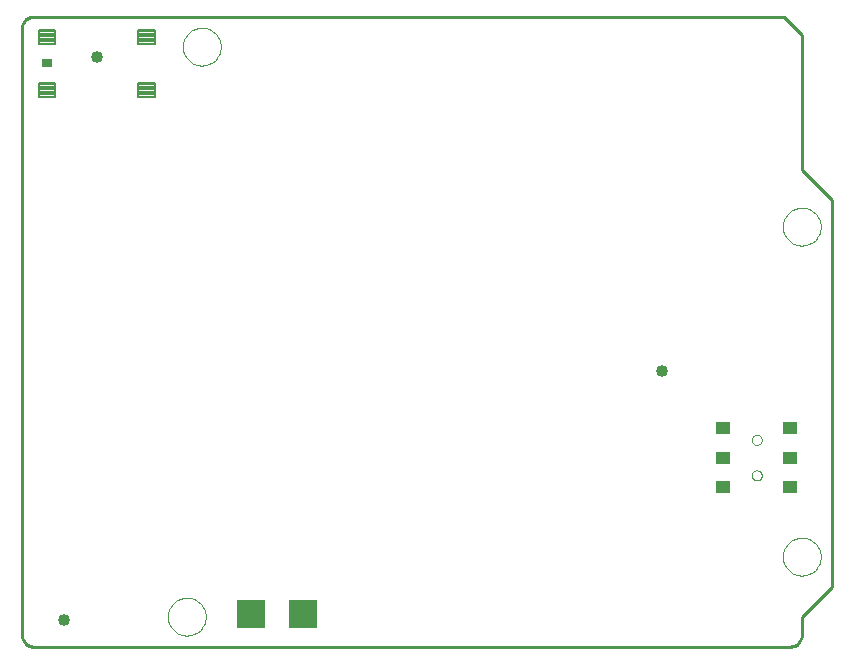
<source format=gtp>
G75*
%MOIN*%
%OFA0B0*%
%FSLAX24Y24*%
%IPPOS*%
%LPD*%
%AMOC8*
5,1,8,0,0,1.08239X$1,22.5*
%
%ADD10C,0.0100*%
%ADD11C,0.0000*%
%ADD12R,0.0945X0.0945*%
%ADD13C,0.0400*%
%ADD14C,0.0083*%
%ADD15R,0.0350X0.0300*%
%ADD16R,0.0453X0.0394*%
D10*
X001674Y001333D02*
X026886Y001333D01*
X026925Y001335D01*
X026963Y001341D01*
X027000Y001350D01*
X027037Y001363D01*
X027072Y001380D01*
X027105Y001399D01*
X027136Y001422D01*
X027165Y001448D01*
X027191Y001477D01*
X027214Y001508D01*
X027233Y001541D01*
X027250Y001576D01*
X027263Y001613D01*
X027272Y001650D01*
X027278Y001688D01*
X027280Y001727D01*
X027280Y002333D01*
X028280Y003333D01*
X028280Y016233D01*
X027280Y017233D01*
X027280Y021733D01*
X026680Y022333D01*
X001674Y022333D01*
X001674Y022334D02*
X001635Y022332D01*
X001597Y022326D01*
X001560Y022317D01*
X001523Y022304D01*
X001488Y022287D01*
X001455Y022268D01*
X001424Y022245D01*
X001395Y022219D01*
X001369Y022190D01*
X001346Y022159D01*
X001327Y022126D01*
X001310Y022091D01*
X001297Y022054D01*
X001288Y022017D01*
X001282Y021979D01*
X001280Y021940D01*
X001280Y001727D01*
X001282Y001688D01*
X001288Y001650D01*
X001297Y001613D01*
X001310Y001576D01*
X001327Y001541D01*
X001346Y001508D01*
X001369Y001477D01*
X001395Y001448D01*
X001424Y001422D01*
X001455Y001399D01*
X001488Y001380D01*
X001523Y001363D01*
X001560Y001350D01*
X001597Y001341D01*
X001635Y001335D01*
X001674Y001333D01*
D11*
X006150Y002333D02*
X006152Y002383D01*
X006158Y002433D01*
X006168Y002482D01*
X006182Y002530D01*
X006199Y002577D01*
X006220Y002622D01*
X006245Y002666D01*
X006273Y002707D01*
X006305Y002746D01*
X006339Y002783D01*
X006376Y002817D01*
X006416Y002847D01*
X006458Y002874D01*
X006502Y002898D01*
X006548Y002919D01*
X006595Y002935D01*
X006643Y002948D01*
X006693Y002957D01*
X006742Y002962D01*
X006793Y002963D01*
X006843Y002960D01*
X006892Y002953D01*
X006941Y002942D01*
X006989Y002927D01*
X007035Y002909D01*
X007080Y002887D01*
X007123Y002861D01*
X007164Y002832D01*
X007203Y002800D01*
X007239Y002765D01*
X007271Y002727D01*
X007301Y002687D01*
X007328Y002644D01*
X007351Y002600D01*
X007370Y002554D01*
X007386Y002506D01*
X007398Y002457D01*
X007406Y002408D01*
X007410Y002358D01*
X007410Y002308D01*
X007406Y002258D01*
X007398Y002209D01*
X007386Y002160D01*
X007370Y002112D01*
X007351Y002066D01*
X007328Y002022D01*
X007301Y001979D01*
X007271Y001939D01*
X007239Y001901D01*
X007203Y001866D01*
X007164Y001834D01*
X007123Y001805D01*
X007080Y001779D01*
X007035Y001757D01*
X006989Y001739D01*
X006941Y001724D01*
X006892Y001713D01*
X006843Y001706D01*
X006793Y001703D01*
X006742Y001704D01*
X006693Y001709D01*
X006643Y001718D01*
X006595Y001731D01*
X006548Y001747D01*
X006502Y001768D01*
X006458Y001792D01*
X006416Y001819D01*
X006376Y001849D01*
X006339Y001883D01*
X006305Y001920D01*
X006273Y001959D01*
X006245Y002000D01*
X006220Y002044D01*
X006199Y002089D01*
X006182Y002136D01*
X006168Y002184D01*
X006158Y002233D01*
X006152Y002283D01*
X006150Y002333D01*
X025613Y007043D02*
X025615Y007068D01*
X025621Y007093D01*
X025630Y007117D01*
X025643Y007139D01*
X025660Y007159D01*
X025679Y007176D01*
X025700Y007190D01*
X025724Y007200D01*
X025748Y007207D01*
X025774Y007210D01*
X025799Y007209D01*
X025824Y007204D01*
X025848Y007195D01*
X025871Y007183D01*
X025891Y007168D01*
X025909Y007149D01*
X025924Y007128D01*
X025935Y007105D01*
X025943Y007081D01*
X025947Y007056D01*
X025947Y007030D01*
X025943Y007005D01*
X025935Y006981D01*
X025924Y006958D01*
X025909Y006937D01*
X025891Y006918D01*
X025871Y006903D01*
X025848Y006891D01*
X025824Y006882D01*
X025799Y006877D01*
X025774Y006876D01*
X025748Y006879D01*
X025724Y006886D01*
X025700Y006896D01*
X025679Y006910D01*
X025660Y006927D01*
X025643Y006947D01*
X025630Y006969D01*
X025621Y006993D01*
X025615Y007018D01*
X025613Y007043D01*
X025613Y008224D02*
X025615Y008249D01*
X025621Y008274D01*
X025630Y008298D01*
X025643Y008320D01*
X025660Y008340D01*
X025679Y008357D01*
X025700Y008371D01*
X025724Y008381D01*
X025748Y008388D01*
X025774Y008391D01*
X025799Y008390D01*
X025824Y008385D01*
X025848Y008376D01*
X025871Y008364D01*
X025891Y008349D01*
X025909Y008330D01*
X025924Y008309D01*
X025935Y008286D01*
X025943Y008262D01*
X025947Y008237D01*
X025947Y008211D01*
X025943Y008186D01*
X025935Y008162D01*
X025924Y008139D01*
X025909Y008118D01*
X025891Y008099D01*
X025871Y008084D01*
X025848Y008072D01*
X025824Y008063D01*
X025799Y008058D01*
X025774Y008057D01*
X025748Y008060D01*
X025724Y008067D01*
X025700Y008077D01*
X025679Y008091D01*
X025660Y008108D01*
X025643Y008128D01*
X025630Y008150D01*
X025621Y008174D01*
X025615Y008199D01*
X025613Y008224D01*
X026650Y004333D02*
X026652Y004383D01*
X026658Y004433D01*
X026668Y004482D01*
X026682Y004530D01*
X026699Y004577D01*
X026720Y004622D01*
X026745Y004666D01*
X026773Y004707D01*
X026805Y004746D01*
X026839Y004783D01*
X026876Y004817D01*
X026916Y004847D01*
X026958Y004874D01*
X027002Y004898D01*
X027048Y004919D01*
X027095Y004935D01*
X027143Y004948D01*
X027193Y004957D01*
X027242Y004962D01*
X027293Y004963D01*
X027343Y004960D01*
X027392Y004953D01*
X027441Y004942D01*
X027489Y004927D01*
X027535Y004909D01*
X027580Y004887D01*
X027623Y004861D01*
X027664Y004832D01*
X027703Y004800D01*
X027739Y004765D01*
X027771Y004727D01*
X027801Y004687D01*
X027828Y004644D01*
X027851Y004600D01*
X027870Y004554D01*
X027886Y004506D01*
X027898Y004457D01*
X027906Y004408D01*
X027910Y004358D01*
X027910Y004308D01*
X027906Y004258D01*
X027898Y004209D01*
X027886Y004160D01*
X027870Y004112D01*
X027851Y004066D01*
X027828Y004022D01*
X027801Y003979D01*
X027771Y003939D01*
X027739Y003901D01*
X027703Y003866D01*
X027664Y003834D01*
X027623Y003805D01*
X027580Y003779D01*
X027535Y003757D01*
X027489Y003739D01*
X027441Y003724D01*
X027392Y003713D01*
X027343Y003706D01*
X027293Y003703D01*
X027242Y003704D01*
X027193Y003709D01*
X027143Y003718D01*
X027095Y003731D01*
X027048Y003747D01*
X027002Y003768D01*
X026958Y003792D01*
X026916Y003819D01*
X026876Y003849D01*
X026839Y003883D01*
X026805Y003920D01*
X026773Y003959D01*
X026745Y004000D01*
X026720Y004044D01*
X026699Y004089D01*
X026682Y004136D01*
X026668Y004184D01*
X026658Y004233D01*
X026652Y004283D01*
X026650Y004333D01*
X026650Y015333D02*
X026652Y015383D01*
X026658Y015433D01*
X026668Y015482D01*
X026682Y015530D01*
X026699Y015577D01*
X026720Y015622D01*
X026745Y015666D01*
X026773Y015707D01*
X026805Y015746D01*
X026839Y015783D01*
X026876Y015817D01*
X026916Y015847D01*
X026958Y015874D01*
X027002Y015898D01*
X027048Y015919D01*
X027095Y015935D01*
X027143Y015948D01*
X027193Y015957D01*
X027242Y015962D01*
X027293Y015963D01*
X027343Y015960D01*
X027392Y015953D01*
X027441Y015942D01*
X027489Y015927D01*
X027535Y015909D01*
X027580Y015887D01*
X027623Y015861D01*
X027664Y015832D01*
X027703Y015800D01*
X027739Y015765D01*
X027771Y015727D01*
X027801Y015687D01*
X027828Y015644D01*
X027851Y015600D01*
X027870Y015554D01*
X027886Y015506D01*
X027898Y015457D01*
X027906Y015408D01*
X027910Y015358D01*
X027910Y015308D01*
X027906Y015258D01*
X027898Y015209D01*
X027886Y015160D01*
X027870Y015112D01*
X027851Y015066D01*
X027828Y015022D01*
X027801Y014979D01*
X027771Y014939D01*
X027739Y014901D01*
X027703Y014866D01*
X027664Y014834D01*
X027623Y014805D01*
X027580Y014779D01*
X027535Y014757D01*
X027489Y014739D01*
X027441Y014724D01*
X027392Y014713D01*
X027343Y014706D01*
X027293Y014703D01*
X027242Y014704D01*
X027193Y014709D01*
X027143Y014718D01*
X027095Y014731D01*
X027048Y014747D01*
X027002Y014768D01*
X026958Y014792D01*
X026916Y014819D01*
X026876Y014849D01*
X026839Y014883D01*
X026805Y014920D01*
X026773Y014959D01*
X026745Y015000D01*
X026720Y015044D01*
X026699Y015089D01*
X026682Y015136D01*
X026668Y015184D01*
X026658Y015233D01*
X026652Y015283D01*
X026650Y015333D01*
X006650Y021333D02*
X006652Y021383D01*
X006658Y021433D01*
X006668Y021482D01*
X006682Y021530D01*
X006699Y021577D01*
X006720Y021622D01*
X006745Y021666D01*
X006773Y021707D01*
X006805Y021746D01*
X006839Y021783D01*
X006876Y021817D01*
X006916Y021847D01*
X006958Y021874D01*
X007002Y021898D01*
X007048Y021919D01*
X007095Y021935D01*
X007143Y021948D01*
X007193Y021957D01*
X007242Y021962D01*
X007293Y021963D01*
X007343Y021960D01*
X007392Y021953D01*
X007441Y021942D01*
X007489Y021927D01*
X007535Y021909D01*
X007580Y021887D01*
X007623Y021861D01*
X007664Y021832D01*
X007703Y021800D01*
X007739Y021765D01*
X007771Y021727D01*
X007801Y021687D01*
X007828Y021644D01*
X007851Y021600D01*
X007870Y021554D01*
X007886Y021506D01*
X007898Y021457D01*
X007906Y021408D01*
X007910Y021358D01*
X007910Y021308D01*
X007906Y021258D01*
X007898Y021209D01*
X007886Y021160D01*
X007870Y021112D01*
X007851Y021066D01*
X007828Y021022D01*
X007801Y020979D01*
X007771Y020939D01*
X007739Y020901D01*
X007703Y020866D01*
X007664Y020834D01*
X007623Y020805D01*
X007580Y020779D01*
X007535Y020757D01*
X007489Y020739D01*
X007441Y020724D01*
X007392Y020713D01*
X007343Y020706D01*
X007293Y020703D01*
X007242Y020704D01*
X007193Y020709D01*
X007143Y020718D01*
X007095Y020731D01*
X007048Y020747D01*
X007002Y020768D01*
X006958Y020792D01*
X006916Y020819D01*
X006876Y020849D01*
X006839Y020883D01*
X006805Y020920D01*
X006773Y020959D01*
X006745Y021000D01*
X006720Y021044D01*
X006699Y021089D01*
X006682Y021136D01*
X006668Y021184D01*
X006658Y021233D01*
X006652Y021283D01*
X006650Y021333D01*
D12*
X008914Y002433D03*
X010646Y002433D03*
D13*
X002680Y002233D03*
X022627Y010524D03*
X003780Y020983D03*
D14*
X002400Y021435D02*
X001852Y021435D01*
X001852Y021903D01*
X002400Y021903D01*
X002400Y021435D01*
X002400Y021517D02*
X001852Y021517D01*
X001852Y021599D02*
X002400Y021599D01*
X002400Y021681D02*
X001852Y021681D01*
X001852Y021763D02*
X002400Y021763D01*
X002400Y021845D02*
X001852Y021845D01*
X001852Y019664D02*
X002400Y019664D01*
X001852Y019664D02*
X001852Y020132D01*
X002400Y020132D01*
X002400Y019664D01*
X002400Y019746D02*
X001852Y019746D01*
X001852Y019828D02*
X002400Y019828D01*
X002400Y019910D02*
X001852Y019910D01*
X001852Y019992D02*
X002400Y019992D01*
X002400Y020074D02*
X001852Y020074D01*
X005160Y019664D02*
X005708Y019664D01*
X005160Y019664D02*
X005160Y020132D01*
X005708Y020132D01*
X005708Y019664D01*
X005708Y019746D02*
X005160Y019746D01*
X005160Y019828D02*
X005708Y019828D01*
X005708Y019910D02*
X005160Y019910D01*
X005160Y019992D02*
X005708Y019992D01*
X005708Y020074D02*
X005160Y020074D01*
X005160Y021435D02*
X005708Y021435D01*
X005160Y021435D02*
X005160Y021903D01*
X005708Y021903D01*
X005708Y021435D01*
X005708Y021517D02*
X005160Y021517D01*
X005160Y021599D02*
X005708Y021599D01*
X005708Y021681D02*
X005160Y021681D01*
X005160Y021763D02*
X005708Y021763D01*
X005708Y021845D02*
X005160Y021845D01*
D15*
X002105Y020783D03*
D16*
X024668Y008618D03*
X024668Y007633D03*
X024668Y006649D03*
X026892Y006649D03*
X026892Y007633D03*
X026892Y008618D03*
M02*

</source>
